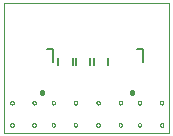
<source format=gto>
G75*
%MOIN*%
%OFA0B0*%
%FSLAX25Y25*%
%IPPOS*%
%LPD*%
%AMOC8*
5,1,8,0,0,1.08239X$1,22.5*
%
%ADD10C,0.00000*%
%ADD11C,0.00787*%
%ADD12C,0.01600*%
%ADD13C,0.00600*%
D10*
X0056586Y0044415D02*
X0056586Y0087722D01*
X0111704Y0087722D01*
X0111704Y0044415D01*
X0056586Y0044415D01*
X0058593Y0047013D02*
X0058595Y0047061D01*
X0058601Y0047109D01*
X0058611Y0047156D01*
X0058624Y0047202D01*
X0058642Y0047247D01*
X0058662Y0047291D01*
X0058687Y0047333D01*
X0058715Y0047372D01*
X0058745Y0047409D01*
X0058779Y0047443D01*
X0058816Y0047475D01*
X0058854Y0047504D01*
X0058895Y0047529D01*
X0058938Y0047551D01*
X0058983Y0047569D01*
X0059029Y0047583D01*
X0059076Y0047594D01*
X0059124Y0047601D01*
X0059172Y0047604D01*
X0059220Y0047603D01*
X0059268Y0047598D01*
X0059316Y0047589D01*
X0059362Y0047577D01*
X0059407Y0047560D01*
X0059451Y0047540D01*
X0059493Y0047517D01*
X0059533Y0047490D01*
X0059571Y0047460D01*
X0059606Y0047427D01*
X0059638Y0047391D01*
X0059668Y0047353D01*
X0059694Y0047312D01*
X0059716Y0047269D01*
X0059736Y0047225D01*
X0059751Y0047180D01*
X0059763Y0047133D01*
X0059771Y0047085D01*
X0059775Y0047037D01*
X0059775Y0046989D01*
X0059771Y0046941D01*
X0059763Y0046893D01*
X0059751Y0046846D01*
X0059736Y0046801D01*
X0059716Y0046757D01*
X0059694Y0046714D01*
X0059668Y0046673D01*
X0059638Y0046635D01*
X0059606Y0046599D01*
X0059571Y0046566D01*
X0059533Y0046536D01*
X0059493Y0046509D01*
X0059451Y0046486D01*
X0059407Y0046466D01*
X0059362Y0046449D01*
X0059316Y0046437D01*
X0059268Y0046428D01*
X0059220Y0046423D01*
X0059172Y0046422D01*
X0059124Y0046425D01*
X0059076Y0046432D01*
X0059029Y0046443D01*
X0058983Y0046457D01*
X0058938Y0046475D01*
X0058895Y0046497D01*
X0058854Y0046522D01*
X0058816Y0046551D01*
X0058779Y0046583D01*
X0058745Y0046617D01*
X0058715Y0046654D01*
X0058687Y0046693D01*
X0058662Y0046735D01*
X0058642Y0046779D01*
X0058624Y0046824D01*
X0058611Y0046870D01*
X0058601Y0046917D01*
X0058595Y0046965D01*
X0058593Y0047013D01*
X0058593Y0054415D02*
X0058595Y0054463D01*
X0058601Y0054511D01*
X0058611Y0054558D01*
X0058624Y0054604D01*
X0058642Y0054649D01*
X0058662Y0054693D01*
X0058687Y0054735D01*
X0058715Y0054774D01*
X0058745Y0054811D01*
X0058779Y0054845D01*
X0058816Y0054877D01*
X0058854Y0054906D01*
X0058895Y0054931D01*
X0058938Y0054953D01*
X0058983Y0054971D01*
X0059029Y0054985D01*
X0059076Y0054996D01*
X0059124Y0055003D01*
X0059172Y0055006D01*
X0059220Y0055005D01*
X0059268Y0055000D01*
X0059316Y0054991D01*
X0059362Y0054979D01*
X0059407Y0054962D01*
X0059451Y0054942D01*
X0059493Y0054919D01*
X0059533Y0054892D01*
X0059571Y0054862D01*
X0059606Y0054829D01*
X0059638Y0054793D01*
X0059668Y0054755D01*
X0059694Y0054714D01*
X0059716Y0054671D01*
X0059736Y0054627D01*
X0059751Y0054582D01*
X0059763Y0054535D01*
X0059771Y0054487D01*
X0059775Y0054439D01*
X0059775Y0054391D01*
X0059771Y0054343D01*
X0059763Y0054295D01*
X0059751Y0054248D01*
X0059736Y0054203D01*
X0059716Y0054159D01*
X0059694Y0054116D01*
X0059668Y0054075D01*
X0059638Y0054037D01*
X0059606Y0054001D01*
X0059571Y0053968D01*
X0059533Y0053938D01*
X0059493Y0053911D01*
X0059451Y0053888D01*
X0059407Y0053868D01*
X0059362Y0053851D01*
X0059316Y0053839D01*
X0059268Y0053830D01*
X0059220Y0053825D01*
X0059172Y0053824D01*
X0059124Y0053827D01*
X0059076Y0053834D01*
X0059029Y0053845D01*
X0058983Y0053859D01*
X0058938Y0053877D01*
X0058895Y0053899D01*
X0058854Y0053924D01*
X0058816Y0053953D01*
X0058779Y0053985D01*
X0058745Y0054019D01*
X0058715Y0054056D01*
X0058687Y0054095D01*
X0058662Y0054137D01*
X0058642Y0054181D01*
X0058624Y0054226D01*
X0058611Y0054272D01*
X0058601Y0054319D01*
X0058595Y0054367D01*
X0058593Y0054415D01*
X0065995Y0054415D02*
X0065997Y0054463D01*
X0066003Y0054511D01*
X0066013Y0054558D01*
X0066026Y0054604D01*
X0066044Y0054649D01*
X0066064Y0054693D01*
X0066089Y0054735D01*
X0066117Y0054774D01*
X0066147Y0054811D01*
X0066181Y0054845D01*
X0066218Y0054877D01*
X0066256Y0054906D01*
X0066297Y0054931D01*
X0066340Y0054953D01*
X0066385Y0054971D01*
X0066431Y0054985D01*
X0066478Y0054996D01*
X0066526Y0055003D01*
X0066574Y0055006D01*
X0066622Y0055005D01*
X0066670Y0055000D01*
X0066718Y0054991D01*
X0066764Y0054979D01*
X0066809Y0054962D01*
X0066853Y0054942D01*
X0066895Y0054919D01*
X0066935Y0054892D01*
X0066973Y0054862D01*
X0067008Y0054829D01*
X0067040Y0054793D01*
X0067070Y0054755D01*
X0067096Y0054714D01*
X0067118Y0054671D01*
X0067138Y0054627D01*
X0067153Y0054582D01*
X0067165Y0054535D01*
X0067173Y0054487D01*
X0067177Y0054439D01*
X0067177Y0054391D01*
X0067173Y0054343D01*
X0067165Y0054295D01*
X0067153Y0054248D01*
X0067138Y0054203D01*
X0067118Y0054159D01*
X0067096Y0054116D01*
X0067070Y0054075D01*
X0067040Y0054037D01*
X0067008Y0054001D01*
X0066973Y0053968D01*
X0066935Y0053938D01*
X0066895Y0053911D01*
X0066853Y0053888D01*
X0066809Y0053868D01*
X0066764Y0053851D01*
X0066718Y0053839D01*
X0066670Y0053830D01*
X0066622Y0053825D01*
X0066574Y0053824D01*
X0066526Y0053827D01*
X0066478Y0053834D01*
X0066431Y0053845D01*
X0066385Y0053859D01*
X0066340Y0053877D01*
X0066297Y0053899D01*
X0066256Y0053924D01*
X0066218Y0053953D01*
X0066181Y0053985D01*
X0066147Y0054019D01*
X0066117Y0054056D01*
X0066089Y0054095D01*
X0066064Y0054137D01*
X0066044Y0054181D01*
X0066026Y0054226D01*
X0066013Y0054272D01*
X0066003Y0054319D01*
X0065997Y0054367D01*
X0065995Y0054415D01*
X0072373Y0054415D02*
X0072375Y0054463D01*
X0072381Y0054511D01*
X0072391Y0054558D01*
X0072404Y0054604D01*
X0072422Y0054649D01*
X0072442Y0054693D01*
X0072467Y0054735D01*
X0072495Y0054774D01*
X0072525Y0054811D01*
X0072559Y0054845D01*
X0072596Y0054877D01*
X0072634Y0054906D01*
X0072675Y0054931D01*
X0072718Y0054953D01*
X0072763Y0054971D01*
X0072809Y0054985D01*
X0072856Y0054996D01*
X0072904Y0055003D01*
X0072952Y0055006D01*
X0073000Y0055005D01*
X0073048Y0055000D01*
X0073096Y0054991D01*
X0073142Y0054979D01*
X0073187Y0054962D01*
X0073231Y0054942D01*
X0073273Y0054919D01*
X0073313Y0054892D01*
X0073351Y0054862D01*
X0073386Y0054829D01*
X0073418Y0054793D01*
X0073448Y0054755D01*
X0073474Y0054714D01*
X0073496Y0054671D01*
X0073516Y0054627D01*
X0073531Y0054582D01*
X0073543Y0054535D01*
X0073551Y0054487D01*
X0073555Y0054439D01*
X0073555Y0054391D01*
X0073551Y0054343D01*
X0073543Y0054295D01*
X0073531Y0054248D01*
X0073516Y0054203D01*
X0073496Y0054159D01*
X0073474Y0054116D01*
X0073448Y0054075D01*
X0073418Y0054037D01*
X0073386Y0054001D01*
X0073351Y0053968D01*
X0073313Y0053938D01*
X0073273Y0053911D01*
X0073231Y0053888D01*
X0073187Y0053868D01*
X0073142Y0053851D01*
X0073096Y0053839D01*
X0073048Y0053830D01*
X0073000Y0053825D01*
X0072952Y0053824D01*
X0072904Y0053827D01*
X0072856Y0053834D01*
X0072809Y0053845D01*
X0072763Y0053859D01*
X0072718Y0053877D01*
X0072675Y0053899D01*
X0072634Y0053924D01*
X0072596Y0053953D01*
X0072559Y0053985D01*
X0072525Y0054019D01*
X0072495Y0054056D01*
X0072467Y0054095D01*
X0072442Y0054137D01*
X0072422Y0054181D01*
X0072404Y0054226D01*
X0072391Y0054272D01*
X0072381Y0054319D01*
X0072375Y0054367D01*
X0072373Y0054415D01*
X0072373Y0047013D02*
X0072375Y0047061D01*
X0072381Y0047109D01*
X0072391Y0047156D01*
X0072404Y0047202D01*
X0072422Y0047247D01*
X0072442Y0047291D01*
X0072467Y0047333D01*
X0072495Y0047372D01*
X0072525Y0047409D01*
X0072559Y0047443D01*
X0072596Y0047475D01*
X0072634Y0047504D01*
X0072675Y0047529D01*
X0072718Y0047551D01*
X0072763Y0047569D01*
X0072809Y0047583D01*
X0072856Y0047594D01*
X0072904Y0047601D01*
X0072952Y0047604D01*
X0073000Y0047603D01*
X0073048Y0047598D01*
X0073096Y0047589D01*
X0073142Y0047577D01*
X0073187Y0047560D01*
X0073231Y0047540D01*
X0073273Y0047517D01*
X0073313Y0047490D01*
X0073351Y0047460D01*
X0073386Y0047427D01*
X0073418Y0047391D01*
X0073448Y0047353D01*
X0073474Y0047312D01*
X0073496Y0047269D01*
X0073516Y0047225D01*
X0073531Y0047180D01*
X0073543Y0047133D01*
X0073551Y0047085D01*
X0073555Y0047037D01*
X0073555Y0046989D01*
X0073551Y0046941D01*
X0073543Y0046893D01*
X0073531Y0046846D01*
X0073516Y0046801D01*
X0073496Y0046757D01*
X0073474Y0046714D01*
X0073448Y0046673D01*
X0073418Y0046635D01*
X0073386Y0046599D01*
X0073351Y0046566D01*
X0073313Y0046536D01*
X0073273Y0046509D01*
X0073231Y0046486D01*
X0073187Y0046466D01*
X0073142Y0046449D01*
X0073096Y0046437D01*
X0073048Y0046428D01*
X0073000Y0046423D01*
X0072952Y0046422D01*
X0072904Y0046425D01*
X0072856Y0046432D01*
X0072809Y0046443D01*
X0072763Y0046457D01*
X0072718Y0046475D01*
X0072675Y0046497D01*
X0072634Y0046522D01*
X0072596Y0046551D01*
X0072559Y0046583D01*
X0072525Y0046617D01*
X0072495Y0046654D01*
X0072467Y0046693D01*
X0072442Y0046735D01*
X0072422Y0046779D01*
X0072404Y0046824D01*
X0072391Y0046870D01*
X0072381Y0046917D01*
X0072375Y0046965D01*
X0072373Y0047013D01*
X0065995Y0047013D02*
X0065997Y0047061D01*
X0066003Y0047109D01*
X0066013Y0047156D01*
X0066026Y0047202D01*
X0066044Y0047247D01*
X0066064Y0047291D01*
X0066089Y0047333D01*
X0066117Y0047372D01*
X0066147Y0047409D01*
X0066181Y0047443D01*
X0066218Y0047475D01*
X0066256Y0047504D01*
X0066297Y0047529D01*
X0066340Y0047551D01*
X0066385Y0047569D01*
X0066431Y0047583D01*
X0066478Y0047594D01*
X0066526Y0047601D01*
X0066574Y0047604D01*
X0066622Y0047603D01*
X0066670Y0047598D01*
X0066718Y0047589D01*
X0066764Y0047577D01*
X0066809Y0047560D01*
X0066853Y0047540D01*
X0066895Y0047517D01*
X0066935Y0047490D01*
X0066973Y0047460D01*
X0067008Y0047427D01*
X0067040Y0047391D01*
X0067070Y0047353D01*
X0067096Y0047312D01*
X0067118Y0047269D01*
X0067138Y0047225D01*
X0067153Y0047180D01*
X0067165Y0047133D01*
X0067173Y0047085D01*
X0067177Y0047037D01*
X0067177Y0046989D01*
X0067173Y0046941D01*
X0067165Y0046893D01*
X0067153Y0046846D01*
X0067138Y0046801D01*
X0067118Y0046757D01*
X0067096Y0046714D01*
X0067070Y0046673D01*
X0067040Y0046635D01*
X0067008Y0046599D01*
X0066973Y0046566D01*
X0066935Y0046536D01*
X0066895Y0046509D01*
X0066853Y0046486D01*
X0066809Y0046466D01*
X0066764Y0046449D01*
X0066718Y0046437D01*
X0066670Y0046428D01*
X0066622Y0046423D01*
X0066574Y0046422D01*
X0066526Y0046425D01*
X0066478Y0046432D01*
X0066431Y0046443D01*
X0066385Y0046457D01*
X0066340Y0046475D01*
X0066297Y0046497D01*
X0066256Y0046522D01*
X0066218Y0046551D01*
X0066181Y0046583D01*
X0066147Y0046617D01*
X0066117Y0046654D01*
X0066089Y0046693D01*
X0066064Y0046735D01*
X0066044Y0046779D01*
X0066026Y0046824D01*
X0066013Y0046870D01*
X0066003Y0046917D01*
X0065997Y0046965D01*
X0065995Y0047013D01*
X0079774Y0047013D02*
X0079776Y0047061D01*
X0079782Y0047109D01*
X0079792Y0047156D01*
X0079805Y0047202D01*
X0079823Y0047247D01*
X0079843Y0047291D01*
X0079868Y0047333D01*
X0079896Y0047372D01*
X0079926Y0047409D01*
X0079960Y0047443D01*
X0079997Y0047475D01*
X0080035Y0047504D01*
X0080076Y0047529D01*
X0080119Y0047551D01*
X0080164Y0047569D01*
X0080210Y0047583D01*
X0080257Y0047594D01*
X0080305Y0047601D01*
X0080353Y0047604D01*
X0080401Y0047603D01*
X0080449Y0047598D01*
X0080497Y0047589D01*
X0080543Y0047577D01*
X0080588Y0047560D01*
X0080632Y0047540D01*
X0080674Y0047517D01*
X0080714Y0047490D01*
X0080752Y0047460D01*
X0080787Y0047427D01*
X0080819Y0047391D01*
X0080849Y0047353D01*
X0080875Y0047312D01*
X0080897Y0047269D01*
X0080917Y0047225D01*
X0080932Y0047180D01*
X0080944Y0047133D01*
X0080952Y0047085D01*
X0080956Y0047037D01*
X0080956Y0046989D01*
X0080952Y0046941D01*
X0080944Y0046893D01*
X0080932Y0046846D01*
X0080917Y0046801D01*
X0080897Y0046757D01*
X0080875Y0046714D01*
X0080849Y0046673D01*
X0080819Y0046635D01*
X0080787Y0046599D01*
X0080752Y0046566D01*
X0080714Y0046536D01*
X0080674Y0046509D01*
X0080632Y0046486D01*
X0080588Y0046466D01*
X0080543Y0046449D01*
X0080497Y0046437D01*
X0080449Y0046428D01*
X0080401Y0046423D01*
X0080353Y0046422D01*
X0080305Y0046425D01*
X0080257Y0046432D01*
X0080210Y0046443D01*
X0080164Y0046457D01*
X0080119Y0046475D01*
X0080076Y0046497D01*
X0080035Y0046522D01*
X0079997Y0046551D01*
X0079960Y0046583D01*
X0079926Y0046617D01*
X0079896Y0046654D01*
X0079868Y0046693D01*
X0079843Y0046735D01*
X0079823Y0046779D01*
X0079805Y0046824D01*
X0079792Y0046870D01*
X0079782Y0046917D01*
X0079776Y0046965D01*
X0079774Y0047013D01*
X0079774Y0054415D02*
X0079776Y0054463D01*
X0079782Y0054511D01*
X0079792Y0054558D01*
X0079805Y0054604D01*
X0079823Y0054649D01*
X0079843Y0054693D01*
X0079868Y0054735D01*
X0079896Y0054774D01*
X0079926Y0054811D01*
X0079960Y0054845D01*
X0079997Y0054877D01*
X0080035Y0054906D01*
X0080076Y0054931D01*
X0080119Y0054953D01*
X0080164Y0054971D01*
X0080210Y0054985D01*
X0080257Y0054996D01*
X0080305Y0055003D01*
X0080353Y0055006D01*
X0080401Y0055005D01*
X0080449Y0055000D01*
X0080497Y0054991D01*
X0080543Y0054979D01*
X0080588Y0054962D01*
X0080632Y0054942D01*
X0080674Y0054919D01*
X0080714Y0054892D01*
X0080752Y0054862D01*
X0080787Y0054829D01*
X0080819Y0054793D01*
X0080849Y0054755D01*
X0080875Y0054714D01*
X0080897Y0054671D01*
X0080917Y0054627D01*
X0080932Y0054582D01*
X0080944Y0054535D01*
X0080952Y0054487D01*
X0080956Y0054439D01*
X0080956Y0054391D01*
X0080952Y0054343D01*
X0080944Y0054295D01*
X0080932Y0054248D01*
X0080917Y0054203D01*
X0080897Y0054159D01*
X0080875Y0054116D01*
X0080849Y0054075D01*
X0080819Y0054037D01*
X0080787Y0054001D01*
X0080752Y0053968D01*
X0080714Y0053938D01*
X0080674Y0053911D01*
X0080632Y0053888D01*
X0080588Y0053868D01*
X0080543Y0053851D01*
X0080497Y0053839D01*
X0080449Y0053830D01*
X0080401Y0053825D01*
X0080353Y0053824D01*
X0080305Y0053827D01*
X0080257Y0053834D01*
X0080210Y0053845D01*
X0080164Y0053859D01*
X0080119Y0053877D01*
X0080076Y0053899D01*
X0080035Y0053924D01*
X0079997Y0053953D01*
X0079960Y0053985D01*
X0079926Y0054019D01*
X0079896Y0054056D01*
X0079868Y0054095D01*
X0079843Y0054137D01*
X0079823Y0054181D01*
X0079805Y0054226D01*
X0079792Y0054272D01*
X0079782Y0054319D01*
X0079776Y0054367D01*
X0079774Y0054415D01*
X0087333Y0054415D02*
X0087335Y0054463D01*
X0087341Y0054511D01*
X0087351Y0054558D01*
X0087364Y0054604D01*
X0087382Y0054649D01*
X0087402Y0054693D01*
X0087427Y0054735D01*
X0087455Y0054774D01*
X0087485Y0054811D01*
X0087519Y0054845D01*
X0087556Y0054877D01*
X0087594Y0054906D01*
X0087635Y0054931D01*
X0087678Y0054953D01*
X0087723Y0054971D01*
X0087769Y0054985D01*
X0087816Y0054996D01*
X0087864Y0055003D01*
X0087912Y0055006D01*
X0087960Y0055005D01*
X0088008Y0055000D01*
X0088056Y0054991D01*
X0088102Y0054979D01*
X0088147Y0054962D01*
X0088191Y0054942D01*
X0088233Y0054919D01*
X0088273Y0054892D01*
X0088311Y0054862D01*
X0088346Y0054829D01*
X0088378Y0054793D01*
X0088408Y0054755D01*
X0088434Y0054714D01*
X0088456Y0054671D01*
X0088476Y0054627D01*
X0088491Y0054582D01*
X0088503Y0054535D01*
X0088511Y0054487D01*
X0088515Y0054439D01*
X0088515Y0054391D01*
X0088511Y0054343D01*
X0088503Y0054295D01*
X0088491Y0054248D01*
X0088476Y0054203D01*
X0088456Y0054159D01*
X0088434Y0054116D01*
X0088408Y0054075D01*
X0088378Y0054037D01*
X0088346Y0054001D01*
X0088311Y0053968D01*
X0088273Y0053938D01*
X0088233Y0053911D01*
X0088191Y0053888D01*
X0088147Y0053868D01*
X0088102Y0053851D01*
X0088056Y0053839D01*
X0088008Y0053830D01*
X0087960Y0053825D01*
X0087912Y0053824D01*
X0087864Y0053827D01*
X0087816Y0053834D01*
X0087769Y0053845D01*
X0087723Y0053859D01*
X0087678Y0053877D01*
X0087635Y0053899D01*
X0087594Y0053924D01*
X0087556Y0053953D01*
X0087519Y0053985D01*
X0087485Y0054019D01*
X0087455Y0054056D01*
X0087427Y0054095D01*
X0087402Y0054137D01*
X0087382Y0054181D01*
X0087364Y0054226D01*
X0087351Y0054272D01*
X0087341Y0054319D01*
X0087335Y0054367D01*
X0087333Y0054415D01*
X0087333Y0047013D02*
X0087335Y0047061D01*
X0087341Y0047109D01*
X0087351Y0047156D01*
X0087364Y0047202D01*
X0087382Y0047247D01*
X0087402Y0047291D01*
X0087427Y0047333D01*
X0087455Y0047372D01*
X0087485Y0047409D01*
X0087519Y0047443D01*
X0087556Y0047475D01*
X0087594Y0047504D01*
X0087635Y0047529D01*
X0087678Y0047551D01*
X0087723Y0047569D01*
X0087769Y0047583D01*
X0087816Y0047594D01*
X0087864Y0047601D01*
X0087912Y0047604D01*
X0087960Y0047603D01*
X0088008Y0047598D01*
X0088056Y0047589D01*
X0088102Y0047577D01*
X0088147Y0047560D01*
X0088191Y0047540D01*
X0088233Y0047517D01*
X0088273Y0047490D01*
X0088311Y0047460D01*
X0088346Y0047427D01*
X0088378Y0047391D01*
X0088408Y0047353D01*
X0088434Y0047312D01*
X0088456Y0047269D01*
X0088476Y0047225D01*
X0088491Y0047180D01*
X0088503Y0047133D01*
X0088511Y0047085D01*
X0088515Y0047037D01*
X0088515Y0046989D01*
X0088511Y0046941D01*
X0088503Y0046893D01*
X0088491Y0046846D01*
X0088476Y0046801D01*
X0088456Y0046757D01*
X0088434Y0046714D01*
X0088408Y0046673D01*
X0088378Y0046635D01*
X0088346Y0046599D01*
X0088311Y0046566D01*
X0088273Y0046536D01*
X0088233Y0046509D01*
X0088191Y0046486D01*
X0088147Y0046466D01*
X0088102Y0046449D01*
X0088056Y0046437D01*
X0088008Y0046428D01*
X0087960Y0046423D01*
X0087912Y0046422D01*
X0087864Y0046425D01*
X0087816Y0046432D01*
X0087769Y0046443D01*
X0087723Y0046457D01*
X0087678Y0046475D01*
X0087635Y0046497D01*
X0087594Y0046522D01*
X0087556Y0046551D01*
X0087519Y0046583D01*
X0087485Y0046617D01*
X0087455Y0046654D01*
X0087427Y0046693D01*
X0087402Y0046735D01*
X0087382Y0046779D01*
X0087364Y0046824D01*
X0087351Y0046870D01*
X0087341Y0046917D01*
X0087335Y0046965D01*
X0087333Y0047013D01*
X0094735Y0047013D02*
X0094737Y0047061D01*
X0094743Y0047109D01*
X0094753Y0047156D01*
X0094766Y0047202D01*
X0094784Y0047247D01*
X0094804Y0047291D01*
X0094829Y0047333D01*
X0094857Y0047372D01*
X0094887Y0047409D01*
X0094921Y0047443D01*
X0094958Y0047475D01*
X0094996Y0047504D01*
X0095037Y0047529D01*
X0095080Y0047551D01*
X0095125Y0047569D01*
X0095171Y0047583D01*
X0095218Y0047594D01*
X0095266Y0047601D01*
X0095314Y0047604D01*
X0095362Y0047603D01*
X0095410Y0047598D01*
X0095458Y0047589D01*
X0095504Y0047577D01*
X0095549Y0047560D01*
X0095593Y0047540D01*
X0095635Y0047517D01*
X0095675Y0047490D01*
X0095713Y0047460D01*
X0095748Y0047427D01*
X0095780Y0047391D01*
X0095810Y0047353D01*
X0095836Y0047312D01*
X0095858Y0047269D01*
X0095878Y0047225D01*
X0095893Y0047180D01*
X0095905Y0047133D01*
X0095913Y0047085D01*
X0095917Y0047037D01*
X0095917Y0046989D01*
X0095913Y0046941D01*
X0095905Y0046893D01*
X0095893Y0046846D01*
X0095878Y0046801D01*
X0095858Y0046757D01*
X0095836Y0046714D01*
X0095810Y0046673D01*
X0095780Y0046635D01*
X0095748Y0046599D01*
X0095713Y0046566D01*
X0095675Y0046536D01*
X0095635Y0046509D01*
X0095593Y0046486D01*
X0095549Y0046466D01*
X0095504Y0046449D01*
X0095458Y0046437D01*
X0095410Y0046428D01*
X0095362Y0046423D01*
X0095314Y0046422D01*
X0095266Y0046425D01*
X0095218Y0046432D01*
X0095171Y0046443D01*
X0095125Y0046457D01*
X0095080Y0046475D01*
X0095037Y0046497D01*
X0094996Y0046522D01*
X0094958Y0046551D01*
X0094921Y0046583D01*
X0094887Y0046617D01*
X0094857Y0046654D01*
X0094829Y0046693D01*
X0094804Y0046735D01*
X0094784Y0046779D01*
X0094766Y0046824D01*
X0094753Y0046870D01*
X0094743Y0046917D01*
X0094737Y0046965D01*
X0094735Y0047013D01*
X0101113Y0047013D02*
X0101115Y0047061D01*
X0101121Y0047109D01*
X0101131Y0047156D01*
X0101144Y0047202D01*
X0101162Y0047247D01*
X0101182Y0047291D01*
X0101207Y0047333D01*
X0101235Y0047372D01*
X0101265Y0047409D01*
X0101299Y0047443D01*
X0101336Y0047475D01*
X0101374Y0047504D01*
X0101415Y0047529D01*
X0101458Y0047551D01*
X0101503Y0047569D01*
X0101549Y0047583D01*
X0101596Y0047594D01*
X0101644Y0047601D01*
X0101692Y0047604D01*
X0101740Y0047603D01*
X0101788Y0047598D01*
X0101836Y0047589D01*
X0101882Y0047577D01*
X0101927Y0047560D01*
X0101971Y0047540D01*
X0102013Y0047517D01*
X0102053Y0047490D01*
X0102091Y0047460D01*
X0102126Y0047427D01*
X0102158Y0047391D01*
X0102188Y0047353D01*
X0102214Y0047312D01*
X0102236Y0047269D01*
X0102256Y0047225D01*
X0102271Y0047180D01*
X0102283Y0047133D01*
X0102291Y0047085D01*
X0102295Y0047037D01*
X0102295Y0046989D01*
X0102291Y0046941D01*
X0102283Y0046893D01*
X0102271Y0046846D01*
X0102256Y0046801D01*
X0102236Y0046757D01*
X0102214Y0046714D01*
X0102188Y0046673D01*
X0102158Y0046635D01*
X0102126Y0046599D01*
X0102091Y0046566D01*
X0102053Y0046536D01*
X0102013Y0046509D01*
X0101971Y0046486D01*
X0101927Y0046466D01*
X0101882Y0046449D01*
X0101836Y0046437D01*
X0101788Y0046428D01*
X0101740Y0046423D01*
X0101692Y0046422D01*
X0101644Y0046425D01*
X0101596Y0046432D01*
X0101549Y0046443D01*
X0101503Y0046457D01*
X0101458Y0046475D01*
X0101415Y0046497D01*
X0101374Y0046522D01*
X0101336Y0046551D01*
X0101299Y0046583D01*
X0101265Y0046617D01*
X0101235Y0046654D01*
X0101207Y0046693D01*
X0101182Y0046735D01*
X0101162Y0046779D01*
X0101144Y0046824D01*
X0101131Y0046870D01*
X0101121Y0046917D01*
X0101115Y0046965D01*
X0101113Y0047013D01*
X0101113Y0054415D02*
X0101115Y0054463D01*
X0101121Y0054511D01*
X0101131Y0054558D01*
X0101144Y0054604D01*
X0101162Y0054649D01*
X0101182Y0054693D01*
X0101207Y0054735D01*
X0101235Y0054774D01*
X0101265Y0054811D01*
X0101299Y0054845D01*
X0101336Y0054877D01*
X0101374Y0054906D01*
X0101415Y0054931D01*
X0101458Y0054953D01*
X0101503Y0054971D01*
X0101549Y0054985D01*
X0101596Y0054996D01*
X0101644Y0055003D01*
X0101692Y0055006D01*
X0101740Y0055005D01*
X0101788Y0055000D01*
X0101836Y0054991D01*
X0101882Y0054979D01*
X0101927Y0054962D01*
X0101971Y0054942D01*
X0102013Y0054919D01*
X0102053Y0054892D01*
X0102091Y0054862D01*
X0102126Y0054829D01*
X0102158Y0054793D01*
X0102188Y0054755D01*
X0102214Y0054714D01*
X0102236Y0054671D01*
X0102256Y0054627D01*
X0102271Y0054582D01*
X0102283Y0054535D01*
X0102291Y0054487D01*
X0102295Y0054439D01*
X0102295Y0054391D01*
X0102291Y0054343D01*
X0102283Y0054295D01*
X0102271Y0054248D01*
X0102256Y0054203D01*
X0102236Y0054159D01*
X0102214Y0054116D01*
X0102188Y0054075D01*
X0102158Y0054037D01*
X0102126Y0054001D01*
X0102091Y0053968D01*
X0102053Y0053938D01*
X0102013Y0053911D01*
X0101971Y0053888D01*
X0101927Y0053868D01*
X0101882Y0053851D01*
X0101836Y0053839D01*
X0101788Y0053830D01*
X0101740Y0053825D01*
X0101692Y0053824D01*
X0101644Y0053827D01*
X0101596Y0053834D01*
X0101549Y0053845D01*
X0101503Y0053859D01*
X0101458Y0053877D01*
X0101415Y0053899D01*
X0101374Y0053924D01*
X0101336Y0053953D01*
X0101299Y0053985D01*
X0101265Y0054019D01*
X0101235Y0054056D01*
X0101207Y0054095D01*
X0101182Y0054137D01*
X0101162Y0054181D01*
X0101144Y0054226D01*
X0101131Y0054272D01*
X0101121Y0054319D01*
X0101115Y0054367D01*
X0101113Y0054415D01*
X0094735Y0054415D02*
X0094737Y0054463D01*
X0094743Y0054511D01*
X0094753Y0054558D01*
X0094766Y0054604D01*
X0094784Y0054649D01*
X0094804Y0054693D01*
X0094829Y0054735D01*
X0094857Y0054774D01*
X0094887Y0054811D01*
X0094921Y0054845D01*
X0094958Y0054877D01*
X0094996Y0054906D01*
X0095037Y0054931D01*
X0095080Y0054953D01*
X0095125Y0054971D01*
X0095171Y0054985D01*
X0095218Y0054996D01*
X0095266Y0055003D01*
X0095314Y0055006D01*
X0095362Y0055005D01*
X0095410Y0055000D01*
X0095458Y0054991D01*
X0095504Y0054979D01*
X0095549Y0054962D01*
X0095593Y0054942D01*
X0095635Y0054919D01*
X0095675Y0054892D01*
X0095713Y0054862D01*
X0095748Y0054829D01*
X0095780Y0054793D01*
X0095810Y0054755D01*
X0095836Y0054714D01*
X0095858Y0054671D01*
X0095878Y0054627D01*
X0095893Y0054582D01*
X0095905Y0054535D01*
X0095913Y0054487D01*
X0095917Y0054439D01*
X0095917Y0054391D01*
X0095913Y0054343D01*
X0095905Y0054295D01*
X0095893Y0054248D01*
X0095878Y0054203D01*
X0095858Y0054159D01*
X0095836Y0054116D01*
X0095810Y0054075D01*
X0095780Y0054037D01*
X0095748Y0054001D01*
X0095713Y0053968D01*
X0095675Y0053938D01*
X0095635Y0053911D01*
X0095593Y0053888D01*
X0095549Y0053868D01*
X0095504Y0053851D01*
X0095458Y0053839D01*
X0095410Y0053830D01*
X0095362Y0053825D01*
X0095314Y0053824D01*
X0095266Y0053827D01*
X0095218Y0053834D01*
X0095171Y0053845D01*
X0095125Y0053859D01*
X0095080Y0053877D01*
X0095037Y0053899D01*
X0094996Y0053924D01*
X0094958Y0053953D01*
X0094921Y0053985D01*
X0094887Y0054019D01*
X0094857Y0054056D01*
X0094829Y0054095D01*
X0094804Y0054137D01*
X0094784Y0054181D01*
X0094766Y0054226D01*
X0094753Y0054272D01*
X0094743Y0054319D01*
X0094737Y0054367D01*
X0094735Y0054415D01*
X0108515Y0054415D02*
X0108517Y0054463D01*
X0108523Y0054511D01*
X0108533Y0054558D01*
X0108546Y0054604D01*
X0108564Y0054649D01*
X0108584Y0054693D01*
X0108609Y0054735D01*
X0108637Y0054774D01*
X0108667Y0054811D01*
X0108701Y0054845D01*
X0108738Y0054877D01*
X0108776Y0054906D01*
X0108817Y0054931D01*
X0108860Y0054953D01*
X0108905Y0054971D01*
X0108951Y0054985D01*
X0108998Y0054996D01*
X0109046Y0055003D01*
X0109094Y0055006D01*
X0109142Y0055005D01*
X0109190Y0055000D01*
X0109238Y0054991D01*
X0109284Y0054979D01*
X0109329Y0054962D01*
X0109373Y0054942D01*
X0109415Y0054919D01*
X0109455Y0054892D01*
X0109493Y0054862D01*
X0109528Y0054829D01*
X0109560Y0054793D01*
X0109590Y0054755D01*
X0109616Y0054714D01*
X0109638Y0054671D01*
X0109658Y0054627D01*
X0109673Y0054582D01*
X0109685Y0054535D01*
X0109693Y0054487D01*
X0109697Y0054439D01*
X0109697Y0054391D01*
X0109693Y0054343D01*
X0109685Y0054295D01*
X0109673Y0054248D01*
X0109658Y0054203D01*
X0109638Y0054159D01*
X0109616Y0054116D01*
X0109590Y0054075D01*
X0109560Y0054037D01*
X0109528Y0054001D01*
X0109493Y0053968D01*
X0109455Y0053938D01*
X0109415Y0053911D01*
X0109373Y0053888D01*
X0109329Y0053868D01*
X0109284Y0053851D01*
X0109238Y0053839D01*
X0109190Y0053830D01*
X0109142Y0053825D01*
X0109094Y0053824D01*
X0109046Y0053827D01*
X0108998Y0053834D01*
X0108951Y0053845D01*
X0108905Y0053859D01*
X0108860Y0053877D01*
X0108817Y0053899D01*
X0108776Y0053924D01*
X0108738Y0053953D01*
X0108701Y0053985D01*
X0108667Y0054019D01*
X0108637Y0054056D01*
X0108609Y0054095D01*
X0108584Y0054137D01*
X0108564Y0054181D01*
X0108546Y0054226D01*
X0108533Y0054272D01*
X0108523Y0054319D01*
X0108517Y0054367D01*
X0108515Y0054415D01*
X0108515Y0047013D02*
X0108517Y0047061D01*
X0108523Y0047109D01*
X0108533Y0047156D01*
X0108546Y0047202D01*
X0108564Y0047247D01*
X0108584Y0047291D01*
X0108609Y0047333D01*
X0108637Y0047372D01*
X0108667Y0047409D01*
X0108701Y0047443D01*
X0108738Y0047475D01*
X0108776Y0047504D01*
X0108817Y0047529D01*
X0108860Y0047551D01*
X0108905Y0047569D01*
X0108951Y0047583D01*
X0108998Y0047594D01*
X0109046Y0047601D01*
X0109094Y0047604D01*
X0109142Y0047603D01*
X0109190Y0047598D01*
X0109238Y0047589D01*
X0109284Y0047577D01*
X0109329Y0047560D01*
X0109373Y0047540D01*
X0109415Y0047517D01*
X0109455Y0047490D01*
X0109493Y0047460D01*
X0109528Y0047427D01*
X0109560Y0047391D01*
X0109590Y0047353D01*
X0109616Y0047312D01*
X0109638Y0047269D01*
X0109658Y0047225D01*
X0109673Y0047180D01*
X0109685Y0047133D01*
X0109693Y0047085D01*
X0109697Y0047037D01*
X0109697Y0046989D01*
X0109693Y0046941D01*
X0109685Y0046893D01*
X0109673Y0046846D01*
X0109658Y0046801D01*
X0109638Y0046757D01*
X0109616Y0046714D01*
X0109590Y0046673D01*
X0109560Y0046635D01*
X0109528Y0046599D01*
X0109493Y0046566D01*
X0109455Y0046536D01*
X0109415Y0046509D01*
X0109373Y0046486D01*
X0109329Y0046466D01*
X0109284Y0046449D01*
X0109238Y0046437D01*
X0109190Y0046428D01*
X0109142Y0046423D01*
X0109094Y0046422D01*
X0109046Y0046425D01*
X0108998Y0046432D01*
X0108951Y0046443D01*
X0108905Y0046457D01*
X0108860Y0046475D01*
X0108817Y0046497D01*
X0108776Y0046522D01*
X0108738Y0046551D01*
X0108701Y0046583D01*
X0108667Y0046617D01*
X0108637Y0046654D01*
X0108609Y0046693D01*
X0108584Y0046735D01*
X0108564Y0046779D01*
X0108546Y0046824D01*
X0108533Y0046870D01*
X0108523Y0046917D01*
X0108517Y0046965D01*
X0108515Y0047013D01*
D11*
X0102806Y0068037D02*
X0102806Y0072368D01*
X0100838Y0072368D01*
X0072924Y0072368D02*
X0072924Y0068037D01*
X0072924Y0072368D02*
X0070956Y0072368D01*
D12*
X0069184Y0057882D02*
X0069184Y0057641D01*
X0099106Y0057641D02*
X0099106Y0057882D01*
D13*
X0091231Y0066856D02*
X0091231Y0069218D01*
X0086507Y0069218D02*
X0086507Y0066856D01*
X0085326Y0066856D02*
X0085326Y0069218D01*
X0080602Y0069218D02*
X0080602Y0066856D01*
X0079420Y0066856D02*
X0079420Y0069218D01*
X0074696Y0069218D02*
X0074696Y0066856D01*
M02*

</source>
